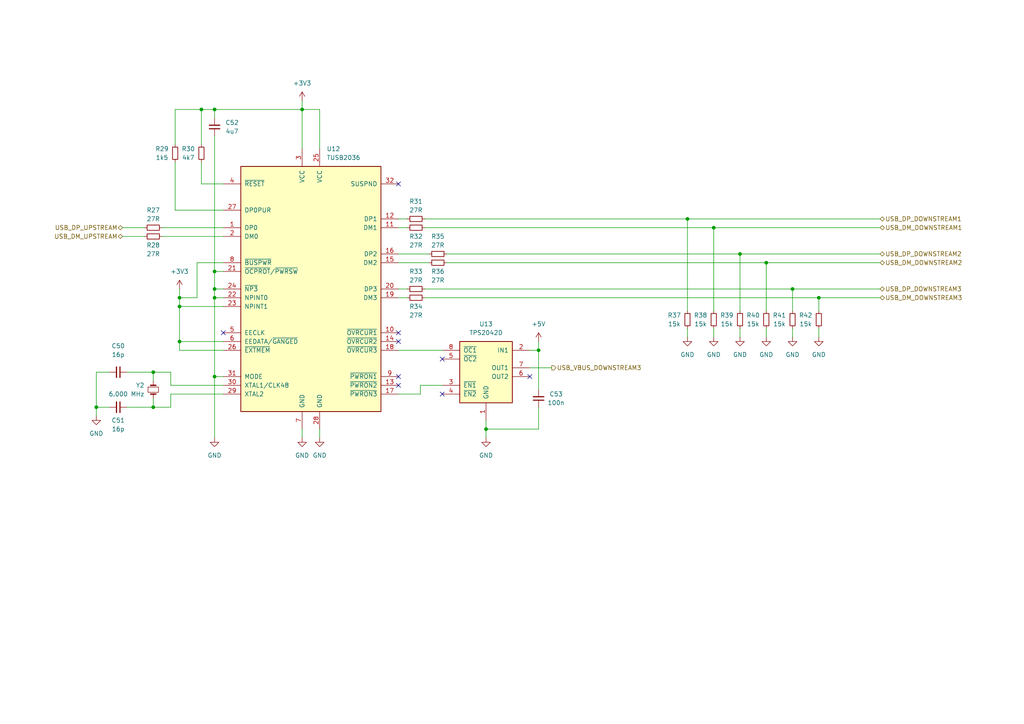
<source format=kicad_sch>
(kicad_sch (version 20211123) (generator eeschema)
  (paper "A4")
  (title_block (title "Fasanvej") (date "22.2.2022") (rev "1") (company "RISRES Ristila Research") (comment 1 "A handheld Linux computer designed by") (comment 4 "USB hub"))
  (lib_symbols
    (symbol "Device:C_Small" (pin_numbers hide) (pin_names (offset 0.254) hide)
      (property "Reference" "C" (at 0.254 1.778 0))
      (property "Value" "C_Small" (at 0.254 -2.032 0))
      (symbol "C_Small_0_1"
        (polyline (pts (xy -1.524 -0.508) (xy 1.524 -0.508)) (stroke (width 0.3302)))
        (polyline (pts (xy -1.524 0.508) (xy 1.524 0.508)) (stroke (width 0.3048)))
      )
      (symbol "C_Small_1_1"
        (pin passive line (at 0 2.54 270) (length 2.032) (name "~") (number "1"))
        (pin passive line (at 0 -2.54 90) (length 2.032) (name "~") (number "2"))
      )
    )
    (symbol "Device:Crystal_Small" (pin_numbers hide) (pin_names (offset 1.016) hide)
      (property "Reference" "Y" (at 0 2.54 0))
      (property "Value" "Crystal_Small" (at 0 -2.54 0))
      (symbol "Crystal_Small_0_1"
        (rectangle (start -0.762 -1.524) (end 0.762 1.524))
        (polyline (pts (xy -1.27 -0.762) (xy -1.27 0.762)) (stroke (width 0.381)))
        (polyline (pts (xy 1.27 -0.762) (xy 1.27 0.762)) (stroke (width 0.381)))
      )
      (symbol "Crystal_Small_1_1"
        (pin passive line (at -2.54 0 0) (length 1.27) (name "1") (number "1"))
        (pin passive line (at 2.54 0 180) (length 1.27) (name "2") (number "2"))
      )
    )
    (symbol "Device:R_Small" (pin_numbers hide) (pin_names (offset 0.254) hide)
      (property "Reference" "R" (at 0.762 0.508 0))
      (property "Value" "R_Small" (at 0.762 -1.016 0))
      (symbol "R_Small_0_1"
        (rectangle (start -0.762 1.778) (end 0.762 -1.778) (stroke (width 0.2032)))
      )
      (symbol "R_Small_1_1"
        (pin passive line (at 0 2.54 270) (length 0.762) (name "~") (number "1"))
        (pin passive line (at 0 -2.54 90) (length 0.762) (name "~") (number "2"))
      )
    )
    (symbol "Interface_USB:TUSB2036" (pin_names (offset 1.016))
      (property "Reference" "U" (at -19.05 36.83 0))
      (property "Value" "TUSB2036" (at 0 0 0))
      (symbol "TUSB2036_0_1"
        (rectangle (start -20.32 35.56) (end 20.32 -35.56) (stroke (width 0.254)) (fill (type background)))
      )
      (symbol "TUSB2036_1_1"
        (pin bidirectional line (at -25.4 17.78 0) (length 5.08) (name "DP0") (number "1"))
        (pin input line (at 25.4 -12.7 180) (length 5.08) (name "~{OVRCUR1}") (number "10"))
        (pin bidirectional line (at 25.4 17.78 180) (length 5.08) (name "DM1") (number "11"))
        (pin bidirectional line (at 25.4 20.32 180) (length 5.08) (name "DP1") (number "12"))
        (pin output line (at 25.4 -27.94 180) (length 5.08) (name "~{PWRON2}") (number "13"))
        (pin input line (at 25.4 -15.24 180) (length 5.08) (name "~{OVRCUR2}") (number "14"))
        (pin bidirectional line (at 25.4 7.62 180) (length 5.08) (name "DM2") (number "15"))
        (pin bidirectional line (at 25.4 10.16 180) (length 5.08) (name "DP2") (number "16"))
        (pin output line (at 25.4 -30.48 180) (length 5.08) (name "~{PWRON3}") (number "17"))
        (pin input line (at 25.4 -17.78 180) (length 5.08) (name "~{OVRCUR3}") (number "18"))
        (pin bidirectional line (at 25.4 -2.54 180) (length 5.08) (name "DM3") (number "19"))
        (pin bidirectional line (at -25.4 15.24 0) (length 5.08) (name "DM0") (number "2"))
        (pin bidirectional line (at 25.4 0 180) (length 5.08) (name "DP3") (number "20"))
        (pin input line (at -25.4 5.08 0) (length 5.08) (name "~{OCPROT}/~{PWRSW}") (number "21"))
        (pin input line (at -25.4 -2.54 0) (length 5.08) (name "NPINT0") (number "22"))
        (pin input line (at -25.4 -5.08 0) (length 5.08) (name "NPINT1") (number "23"))
        (pin input line (at -25.4 0 0) (length 5.08) (name "~{NP3}") (number "24"))
        (pin power_in line (at 2.54 40.64 270) (length 5.08) (name "VCC") (number "25"))
        (pin input line (at -25.4 -17.78 0) (length 5.08) (name "~{EXTMEM}") (number "26"))
        (pin output line (at -25.4 22.86 0) (length 5.08) (name "DP0PUR") (number "27"))
        (pin power_in line (at 2.54 -40.64 90) (length 5.08) (name "GND") (number "28"))
        (pin output line (at -25.4 -30.48 0) (length 5.08) (name "XTAL2") (number "29"))
        (pin power_in line (at -2.54 40.64 270) (length 5.08) (name "VCC") (number "3"))
        (pin input line (at -25.4 -27.94 0) (length 5.08) (name "XTAL1/CLK48") (number "30"))
        (pin input line (at -25.4 -25.4 0) (length 5.08) (name "MODE") (number "31"))
        (pin output line (at 25.4 30.48 180) (length 5.08) (name "SUSPND") (number "32"))
        (pin input line (at -25.4 30.48 0) (length 5.08) (name "~{RESET}") (number "4"))
        (pin tri_state line (at -25.4 -12.7 0) (length 5.08) (name "EECLK") (number "5"))
        (pin bidirectional line (at -25.4 -15.24 0) (length 5.08) (name "EEDATA/~{GANGED}") (number "6"))
        (pin power_in line (at -2.54 -40.64 90) (length 5.08) (name "GND") (number "7"))
        (pin input line (at -25.4 7.62 0) (length 5.08) (name "~{BUSPWR}") (number "8"))
        (pin output line (at 25.4 -25.4 180) (length 5.08) (name "~{PWRON1}") (number "9"))
      )
    )
    (symbol "Power_Management:TPS2042D" (pin_names (offset 1.016))
      (property "Reference" "U" (at 0 10.795 0))
      (property "Value" "TPS2042D" (at 0 8.89 0))
      (symbol "TPS2042D_0_1"
        (rectangle (start -7.62 7.62) (end 7.62 -10.16) (stroke (width 0.254)) (fill (type background)))
      )
      (symbol "TPS2042D_1_1"
        (pin power_in line (at 0 -15.24 90) (length 5.08) (name "GND") (number "1"))
        (pin power_in line (at 12.7 5.08 180) (length 5.08) (name "IN1") (number "2"))
        (pin input line (at -12.7 -5.08 0) (length 5.08) (name "~{EN1}") (number "3"))
        (pin input line (at -12.7 -7.62 0) (length 5.08) (name "~{EN2}") (number "4"))
        (pin open_collector line (at -12.7 2.54 0) (length 5.08) (name "~{OC2}") (number "5"))
        (pin power_out line (at 12.7 -2.54 180) (length 5.08) (name "OUT2") (number "6"))
        (pin power_out line (at 12.7 0 180) (length 5.08) (name "OUT1") (number "7"))
        (pin open_collector line (at -12.7 5.08 0) (length 5.08) (name "~{OC1}") (number "8"))
      )
    )
    (symbol "power:+3V3" (power) (pin_names (offset 0))
      (property "Value" "+3V3" (at 0 3.556 0))
      (symbol "+3V3_0_1"
        (polyline (pts (xy -0.762 1.27) (xy 0 2.54)))
        (polyline (pts (xy 0 0) (xy 0 2.54)))
        (polyline (pts (xy 0 2.54) (xy 0.762 1.27)))
      )
      (symbol "+3V3_1_1"
        (pin power_in line (at 0 0 90) (length 0) hide (name "+3V3") (number "1"))
      )
    )
    (symbol "power:+5V" (power) (pin_names (offset 0))
      (property "Value" "+5V" (at 0 3.556 0))
      (symbol "+5V_0_1"
        (polyline (pts (xy -0.762 1.27) (xy 0 2.54)))
        (polyline (pts (xy 0 0) (xy 0 2.54)))
        (polyline (pts (xy 0 2.54) (xy 0.762 1.27)))
      )
      (symbol "+5V_1_1"
        (pin power_in line (at 0 0 90) (length 0) hide (name "+5V") (number "1"))
      )
    )
    (symbol "power:GND" (power) (pin_names (offset 0))
      (property "Value" "GND" (at 0 -3.81 0))
      (symbol "GND_0_1"
        (polyline (pts (xy 0 0) (xy 0 -1.27) (xy 1.27 -1.27) (xy 0 -2.54) (xy -1.27 -1.27) (xy 0 -1.27)))
      )
      (symbol "GND_1_1"
        (pin power_in line (at 0 0 270) (length 0) hide (name "GND") (number "1"))
      )
    )
  )
  (junction (at 62.23 78.74))
  (junction (at 58.42 31.75))
  (junction (at 87.63 31.75))
  (junction (at 52.07 99.06))
  (junction (at 27.94 118.11))
  (junction (at 222.25 76.2))
  (junction (at 229.87 83.82))
  (junction (at 62.23 86.36))
  (junction (at 237.49 86.36))
  (junction (at 62.23 83.82))
  (junction (at 156.21 101.6))
  (junction (at 44.45 107.95))
  (junction (at 140.97 124.46))
  (junction (at 62.23 109.22))
  (junction (at 207.01 66.04))
  (junction (at 44.45 118.11))
  (junction (at 52.07 88.9))
  (junction (at 62.23 31.75))
  (junction (at 52.07 86.36))
  (junction (at 199.39 63.5))
  (junction (at 214.63 73.66))
  (no_connect (at 115.57 96.52))
  (no_connect (at 115.57 99.06))
  (no_connect (at 115.57 109.22))
  (no_connect (at 115.57 111.76))
  (no_connect (at 128.27 104.14))
  (no_connect (at 128.27 114.3))
  (no_connect (at 115.57 53.34))
  (no_connect (at 64.77 96.52))
  (no_connect (at 153.67 109.22))
  (wire (pts (xy 140.97 124.46) (xy 156.21 124.46)))
  (wire (pts (xy 62.23 39.37) (xy 62.23 78.74)))
  (wire (pts (xy 129.54 73.66) (xy 214.63 73.66)))
  (wire (pts (xy 87.63 31.75) (xy 92.71 31.75)))
  (wire (pts (xy 46.99 66.04) (xy 64.77 66.04)))
  (wire (pts (xy 153.67 106.68) (xy 160.02 106.68)))
  (wire (pts (xy 64.77 109.22) (xy 62.23 109.22)))
  (wire (pts (xy 199.39 63.5) (xy 255.27 63.5)))
  (wire (pts (xy 64.77 114.3) (xy 49.53 114.3)))
  (wire (pts (xy 49.53 107.95) (xy 44.45 107.95)))
  (wire (pts (xy 115.57 83.82) (xy 118.11 83.82)))
  (wire (pts (xy 31.75 118.11) (xy 27.94 118.11)))
  (wire (pts (xy 123.19 66.04) (xy 207.01 66.04)))
  (wire (pts (xy 52.07 99.06) (xy 52.07 88.9)))
  (wire (pts (xy 49.53 118.11) (xy 44.45 118.11)))
  (wire (pts (xy 207.01 66.04) (xy 255.27 66.04)))
  (wire (pts (xy 87.63 29.21) (xy 87.63 31.75)))
  (wire (pts (xy 87.63 31.75) (xy 87.63 43.18)))
  (wire (pts (xy 52.07 101.6) (xy 52.07 99.06)))
  (wire (pts (xy 64.77 76.2) (xy 57.15 76.2)))
  (wire (pts (xy 52.07 99.06) (xy 64.77 99.06)))
  (wire (pts (xy 44.45 118.11) (xy 44.45 115.57)))
  (wire (pts (xy 121.92 114.3) (xy 121.92 111.76)))
  (wire (pts (xy 62.23 31.75) (xy 87.63 31.75)))
  (wire (pts (xy 207.01 66.04) (xy 207.01 90.17)))
  (wire (pts (xy 129.54 76.2) (xy 222.25 76.2)))
  (wire (pts (xy 222.25 76.2) (xy 255.27 76.2)))
  (wire (pts (xy 222.25 76.2) (xy 222.25 90.17)))
  (wire (pts (xy 64.77 53.34) (xy 58.42 53.34)))
  (wire (pts (xy 62.23 78.74) (xy 62.23 83.82)))
  (wire (pts (xy 92.71 43.18) (xy 92.71 31.75)))
  (wire (pts (xy 229.87 83.82) (xy 255.27 83.82)))
  (wire (pts (xy 140.97 124.46) (xy 140.97 127)))
  (wire (pts (xy 199.39 63.5) (xy 199.39 90.17)))
  (wire (pts (xy 237.49 86.36) (xy 255.27 86.36)))
  (wire (pts (xy 62.23 86.36) (xy 64.77 86.36)))
  (wire (pts (xy 52.07 86.36) (xy 52.07 83.82)))
  (wire (pts (xy 140.97 121.92) (xy 140.97 124.46)))
  (wire (pts (xy 123.19 63.5) (xy 199.39 63.5)))
  (wire (pts (xy 156.21 101.6) (xy 156.21 99.06)))
  (wire (pts (xy 87.63 124.46) (xy 87.63 127)))
  (wire (pts (xy 58.42 31.75) (xy 62.23 31.75)))
  (wire (pts (xy 49.53 114.3) (xy 49.53 118.11)))
  (wire (pts (xy 31.75 107.95) (xy 27.94 107.95)))
  (wire (pts (xy 121.92 111.76) (xy 128.27 111.76)))
  (wire (pts (xy 57.15 86.36) (xy 52.07 86.36)))
  (wire (pts (xy 35.56 66.04) (xy 41.91 66.04)))
  (wire (pts (xy 52.07 88.9) (xy 64.77 88.9)))
  (wire (pts (xy 123.19 83.82) (xy 229.87 83.82)))
  (wire (pts (xy 62.23 109.22) (xy 62.23 127)))
  (wire (pts (xy 229.87 83.82) (xy 229.87 90.17)))
  (wire (pts (xy 237.49 86.36) (xy 237.49 90.17)))
  (wire (pts (xy 115.57 101.6) (xy 128.27 101.6)))
  (wire (pts (xy 64.77 101.6) (xy 52.07 101.6)))
  (wire (pts (xy 57.15 76.2) (xy 57.15 86.36)))
  (wire (pts (xy 64.77 78.74) (xy 62.23 78.74)))
  (wire (pts (xy 49.53 111.76) (xy 49.53 107.95)))
  (wire (pts (xy 35.56 68.58) (xy 41.91 68.58)))
  (wire (pts (xy 62.23 34.29) (xy 62.23 31.75)))
  (wire (pts (xy 52.07 88.9) (xy 52.07 86.36)))
  (wire (pts (xy 156.21 101.6) (xy 156.21 113.03)))
  (wire (pts (xy 115.57 76.2) (xy 124.46 76.2)))
  (wire (pts (xy 199.39 95.25) (xy 199.39 97.79)))
  (wire (pts (xy 222.25 95.25) (xy 222.25 97.79)))
  (wire (pts (xy 123.19 86.36) (xy 237.49 86.36)))
  (wire (pts (xy 58.42 41.91) (xy 58.42 31.75)))
  (wire (pts (xy 214.63 95.25) (xy 214.63 97.79)))
  (wire (pts (xy 92.71 124.46) (xy 92.71 127)))
  (wire (pts (xy 62.23 83.82) (xy 64.77 83.82)))
  (wire (pts (xy 115.57 63.5) (xy 118.11 63.5)))
  (wire (pts (xy 58.42 53.34) (xy 58.42 46.99)))
  (wire (pts (xy 115.57 114.3) (xy 121.92 114.3)))
  (wire (pts (xy 44.45 107.95) (xy 44.45 110.49)))
  (wire (pts (xy 27.94 118.11) (xy 27.94 120.65)))
  (wire (pts (xy 62.23 86.36) (xy 62.23 109.22)))
  (wire (pts (xy 153.67 101.6) (xy 156.21 101.6)))
  (wire (pts (xy 115.57 86.36) (xy 118.11 86.36)))
  (wire (pts (xy 214.63 73.66) (xy 255.27 73.66)))
  (wire (pts (xy 207.01 95.25) (xy 207.01 97.79)))
  (wire (pts (xy 156.21 118.11) (xy 156.21 124.46)))
  (wire (pts (xy 50.8 60.96) (xy 50.8 46.99)))
  (wire (pts (xy 64.77 111.76) (xy 49.53 111.76)))
  (wire (pts (xy 50.8 31.75) (xy 58.42 31.75)))
  (wire (pts (xy 46.99 68.58) (xy 64.77 68.58)))
  (wire (pts (xy 115.57 73.66) (xy 124.46 73.66)))
  (wire (pts (xy 50.8 41.91) (xy 50.8 31.75)))
  (wire (pts (xy 115.57 66.04) (xy 118.11 66.04)))
  (wire (pts (xy 214.63 73.66) (xy 214.63 90.17)))
  (wire (pts (xy 44.45 107.95) (xy 36.83 107.95)))
  (wire (pts (xy 237.49 95.25) (xy 237.49 97.79)))
  (wire (pts (xy 50.8 60.96) (xy 64.77 60.96)))
  (wire (pts (xy 229.87 95.25) (xy 229.87 97.79)))
  (wire (pts (xy 44.45 118.11) (xy 36.83 118.11)))
  (wire (pts (xy 27.94 107.95) (xy 27.94 118.11)))
  (wire (pts (xy 62.23 83.82) (xy 62.23 86.36)))
  (hierarchical_label "USB_DP_DOWNSTREAM1" (shape bidirectional) (at 255.27 63.5 0))
  (hierarchical_label "USB_DP_UPSTREAM" (shape bidirectional) (at 35.56 66.04 180))
  (hierarchical_label "USB_DM_DOWNSTREAM2" (shape bidirectional) (at 255.27 76.2 0))
  (hierarchical_label "USB_DM_UPSTREAM" (shape bidirectional) (at 35.56 68.58 180))
  (hierarchical_label "USB_DP_DOWNSTREAM2" (shape bidirectional) (at 255.27 73.66 0))
  (hierarchical_label "USB_DP_DOWNSTREAM3" (shape bidirectional) (at 255.27 83.82 0))
  (hierarchical_label "USB_VBUS_DOWNSTREAM3" (shape output) (at 160.02 106.68 0))
  (hierarchical_label "USB_DM_DOWNSTREAM1" (shape bidirectional) (at 255.27 66.04 0))
  (hierarchical_label "USB_DM_DOWNSTREAM3" (shape bidirectional) (at 255.27 86.36 0))
  (symbol (lib_id "Device:R_Small") (at 222.25 92.71 180) (unit 1)
    (property "Reference" "R40" (at 218.44 91.44 0))
    (property "Value" "15k" (at 218.44 93.98 0))
    (property "Footprint" "Resistor_SMD:R_0603_1608Metric_Pad0.98x0.95mm_HandSolder" (effects hide))
  )
  (symbol (lib_id "Device:C_Small") (at 156.21 115.57 180) (unit 1)
    (property "Reference" "C53" (at 161.29 114.3 0))
    (property "Value" "100n" (at 161.29 116.84 0))
    (property "Footprint" "Capacitor_SMD:C_0603_1608Metric_Pad1.08x0.95mm_HandSolder" (effects hide))
  )
  (symbol (lib_id "Device:R_Small") (at 120.65 86.36 90) (unit 1)
    (property "Reference" "R34" (at 120.65 88.9 90))
    (property "Value" "27R" (at 120.65 91.44 90))
    (property "Footprint" "Resistor_SMD:R_0603_1608Metric_Pad0.98x0.95mm_HandSolder" (effects hide))
  )
  (symbol (lib_id "Device:C_Small") (at 34.29 118.11 270) (mirror x) (unit 1)
    (property "Reference" "C51" (at 34.29 121.92 90))
    (property "Value" "16p" (at 34.29 124.46 90))
    (property "Footprint" "Capacitor_SMD:C_0603_1608Metric_Pad1.08x0.95mm_HandSolder" (effects hide))
  )
  (symbol (lib_id "Device:R_Small") (at 229.87 92.71 180) (unit 1)
    (property "Reference" "R41" (at 226.06 91.44 0))
    (property "Value" "15k" (at 226.06 93.98 0))
    (property "Footprint" "Resistor_SMD:R_0603_1608Metric_Pad0.98x0.95mm_HandSolder" (effects hide))
  )
  (symbol (lib_id "Device:Crystal_Small") (at 44.45 113.03 270) (mirror x) (unit 1)
    (property "Reference" "Y2" (at 41.91 111.7599 90) (effects (justify right)))
    (property "Value" "6.000 MHz" (at 41.91 114.2999 90) (effects (justify right)))
    (property "Footprint" "Crystal:Crystal_SMD_HC49-SD_HandSoldering" (effects hide))
  )
  (symbol (lib_id "power:GND") (at 229.87 97.79 0) (unit 1)
    (property "Reference" "#PWR093" (effects hide))
    (property "Value" "GND" (at 229.87 102.87 0))
  )
  (symbol (lib_id "power:GND") (at 222.25 97.79 0) (unit 1)
    (property "Reference" "#PWR092" (effects hide))
    (property "Value" "GND" (at 222.25 102.87 0))
  )
  (symbol (lib_id "Device:R_Small") (at 199.39 92.71 180) (unit 1)
    (property "Reference" "R37" (at 195.58 91.44 0))
    (property "Value" "15k" (at 195.58 93.98 0))
    (property "Footprint" "Resistor_SMD:R_0603_1608Metric_Pad0.98x0.95mm_HandSolder" (effects hide))
  )
  (symbol (lib_id "power:GND") (at 199.39 97.79 0) (unit 1)
    (property "Reference" "#PWR089" (effects hide))
    (property "Value" "GND" (at 199.39 102.87 0))
  )
  (symbol (lib_id "power:GND") (at 214.63 97.79 0) (unit 1)
    (property "Reference" "#PWR091" (effects hide))
    (property "Value" "GND" (at 214.63 102.87 0))
  )
  (symbol (lib_id "Device:R_Small") (at 120.65 66.04 90) (unit 1)
    (property "Reference" "R32" (at 120.65 68.58 90))
    (property "Value" "27R" (at 120.65 71.12 90))
    (property "Footprint" "Resistor_SMD:R_0603_1608Metric_Pad0.98x0.95mm_HandSolder" (effects hide))
  )
  (symbol (lib_id "Power_Management:TPS2042D") (at 140.97 106.68 0) (unit 1)
    (property "Reference" "U13" (at 140.97 93.98 0))
    (property "Value" "TPS2042D" (at 140.97 96.52 0))
    (property "Footprint" "Package_SO:SOIC-8_3.9x4.9mm_P1.27mm" (effects hide))
    (property "Datasheet" "http://www.ti.com/lit/ds/symlink/tps2042.pdf" (effects hide))
  )
  (symbol (lib_id "power:+3V3") (at 87.63 29.21 0) (unit 1)
    (property "Reference" "#PWR084" (effects hide))
    (property "Value" "+3V3" (at 87.63 24.13 0))
  )
  (symbol (lib_id "power:+3V3") (at 52.07 83.82 0) (unit 1)
    (property "Reference" "#PWR082" (effects hide))
    (property "Value" "+3V3" (at 52.07 78.74 0))
  )
  (symbol (lib_id "power:GND") (at 237.49 97.79 0) (unit 1)
    (property "Reference" "#PWR094" (effects hide))
    (property "Value" "GND" (at 237.49 102.87 0))
  )
  (symbol (lib_id "power:GND") (at 27.94 120.65 0) (mirror y) (unit 1)
    (property "Reference" "#PWR081" (effects hide))
    (property "Value" "GND" (at 27.94 125.73 0))
  )
  (symbol (lib_id "Device:C_Small") (at 62.23 36.83 180) (unit 1)
    (property "Reference" "C52" (at 67.31 35.56 0))
    (property "Value" "4u7" (at 67.31 38.1 0))
    (property "Footprint" "Capacitor_SMD:C_1206_3216Metric_Pad1.33x1.80mm_HandSolder" (effects hide))
  )
  (symbol (lib_id "power:GND") (at 92.71 127 0) (unit 1)
    (property "Reference" "#PWR086" (effects hide))
    (property "Value" "GND" (at 92.71 132.08 0))
  )
  (symbol (lib_id "Device:R_Small") (at 207.01 92.71 180) (unit 1)
    (property "Reference" "R38" (at 203.2 91.44 0))
    (property "Value" "15k" (at 203.2 93.98 0))
    (property "Footprint" "Resistor_SMD:R_0603_1608Metric_Pad0.98x0.95mm_HandSolder" (effects hide))
  )
  (symbol (lib_id "Device:R_Small") (at 120.65 63.5 90) (unit 1)
    (property "Reference" "R31" (at 120.65 58.42 90))
    (property "Value" "27R" (at 120.65 60.96 90))
    (property "Footprint" "Resistor_SMD:R_0603_1608Metric_Pad0.98x0.95mm_HandSolder" (effects hide))
  )
  (symbol (lib_id "power:+5V") (at 156.21 99.06 0) (unit 1)
    (property "Reference" "#PWR088" (effects hide))
    (property "Value" "+5V" (at 156.21 93.98 0))
  )
  (symbol (lib_id "power:GND") (at 207.01 97.79 0) (unit 1)
    (property "Reference" "#PWR090" (effects hide))
    (property "Value" "GND" (at 207.01 102.87 0))
  )
  (symbol (lib_id "Interface_USB:TUSB2036") (at 90.17 83.82 0) (unit 1)
    (property "Reference" "U12" (at 94.7294 43.18 0) (effects (justify left)))
    (property "Value" "TUSB2036" (at 94.7294 45.72 0) (effects (justify left)))
    (property "Footprint" "Package_QFP:LQFP-32_7x7mm_P0.8mm" (effects hide))
    (property "Datasheet" "http://www.ti.com/lit/ds/symlink/tusb2036.pdf" (effects hide))
  )
  (symbol (lib_id "Device:R_Small") (at 127 76.2 90) (unit 1)
    (property "Reference" "R36" (at 127 78.74 90))
    (property "Value" "27R" (at 127 81.28 90))
    (property "Footprint" "Resistor_SMD:R_0603_1608Metric_Pad0.98x0.95mm_HandSolder" (effects hide))
  )
  (symbol (lib_id "Device:R_Small") (at 50.8 44.45 180) (unit 1)
    (property "Reference" "R29" (at 46.99 43.18 0))
    (property "Value" "1k5" (at 46.99 45.72 0))
    (property "Footprint" "Resistor_SMD:R_0603_1608Metric_Pad0.98x0.95mm_HandSolder" (effects hide))
  )
  (symbol (lib_id "power:GND") (at 87.63 127 0) (unit 1)
    (property "Reference" "#PWR085" (effects hide))
    (property "Value" "GND" (at 87.63 132.08 0))
  )
  (symbol (lib_id "Device:R_Small") (at 44.45 68.58 90) (unit 1)
    (property "Reference" "R28" (at 44.45 71.12 90))
    (property "Value" "27R" (at 44.45 73.66 90))
    (property "Footprint" "Resistor_SMD:R_0603_1608Metric_Pad0.98x0.95mm_HandSolder" (effects hide))
  )
  (symbol (lib_id "power:GND") (at 62.23 127 0) (unit 1)
    (property "Reference" "#PWR083" (effects hide))
    (property "Value" "GND" (at 62.23 132.08 0))
  )
  (symbol (lib_id "Device:R_Small") (at 237.49 92.71 180) (unit 1)
    (property "Reference" "R42" (at 233.68 91.44 0))
    (property "Value" "15k" (at 233.68 93.98 0))
    (property "Footprint" "Resistor_SMD:R_0603_1608Metric_Pad0.98x0.95mm_HandSolder" (effects hide))
  )
  (symbol (lib_id "Device:C_Small") (at 34.29 107.95 270) (mirror x) (unit 1)
    (property "Reference" "C50" (at 34.29 100.33 90))
    (property "Value" "16p" (at 34.29 102.87 90))
    (property "Footprint" "Capacitor_SMD:C_0603_1608Metric_Pad1.08x0.95mm_HandSolder" (effects hide))
  )
  (symbol (lib_id "Device:R_Small") (at 127 73.66 90) (unit 1)
    (property "Reference" "R35" (at 127 68.58 90))
    (property "Value" "27R" (at 127 71.12 90))
    (property "Footprint" "Resistor_SMD:R_0603_1608Metric_Pad0.98x0.95mm_HandSolder" (effects hide))
  )
  (symbol (lib_id "Device:R_Small") (at 214.63 92.71 180) (unit 1)
    (property "Reference" "R39" (at 210.82 91.44 0))
    (property "Value" "15k" (at 210.82 93.98 0))
    (property "Footprint" "Resistor_SMD:R_0603_1608Metric_Pad0.98x0.95mm_HandSolder" (effects hide))
  )
  (symbol (lib_id "Device:R_Small") (at 58.42 44.45 180) (unit 1)
    (property "Reference" "R30" (at 54.61 43.18 0))
    (property "Value" "4k7" (at 54.61 45.72 0))
    (property "Footprint" "Resistor_SMD:R_0603_1608Metric_Pad0.98x0.95mm_HandSolder" (effects hide))
  )
  (symbol (lib_id "Device:R_Small") (at 120.65 83.82 90) (unit 1)
    (property "Reference" "R33" (at 120.65 78.74 90))
    (property "Value" "27R" (at 120.65 81.28 90))
    (property "Footprint" "Resistor_SMD:R_0603_1608Metric_Pad0.98x0.95mm_HandSolder" (effects hide))
  )
  (symbol (lib_id "Device:R_Small") (at 44.45 66.04 90) (unit 1)
    (property "Reference" "R27" (at 44.45 60.96 90))
    (property "Value" "27R" (at 44.45 63.5 90))
    (property "Footprint" "Resistor_SMD:R_0603_1608Metric_Pad0.98x0.95mm_HandSolder" (effects hide))
  )
  (symbol (lib_id "power:GND") (at 140.97 127 0) (unit 1)
    (property "Reference" "#PWR087" (effects hide))
    (property "Value" "GND" (at 140.97 132.08 0))
  )
)
</source>
